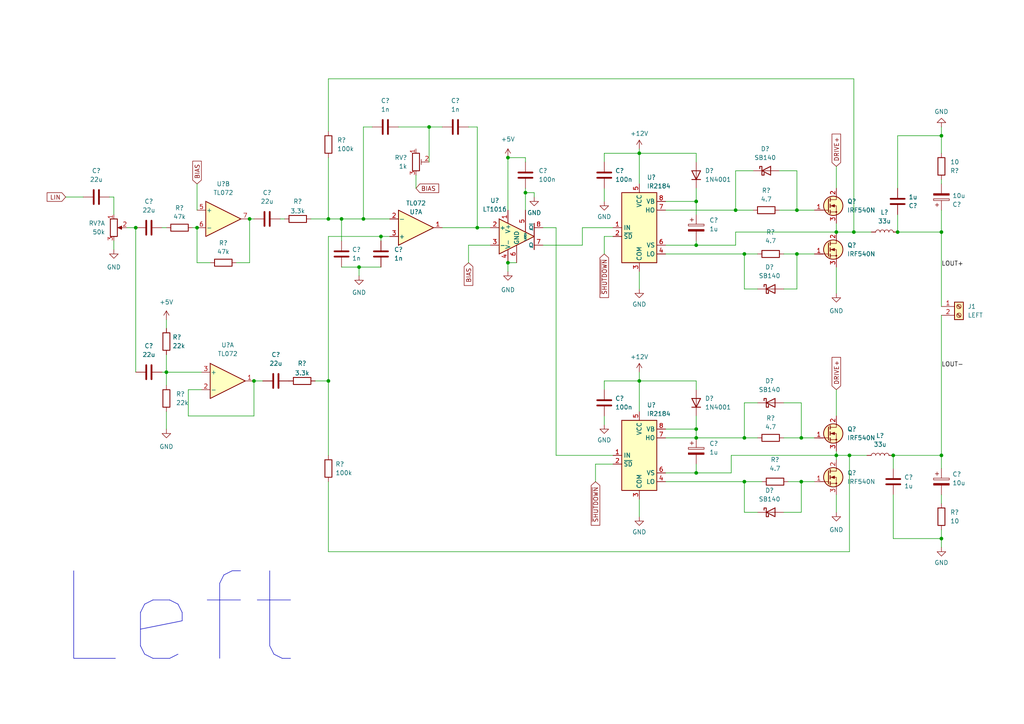
<source format=kicad_sch>
(kicad_sch (version 20230121) (generator eeschema)
  (paper "A4")
  (lib_symbols
    (symbol "Amplifier_Operational:TL072" (pin_names (offset 0.127))
      (property "Reference" "U" (at 0 5.08 0))
      (property "Value" "TL072" (at 0 -5.08 0))
      (symbol "TL072_1_1"
        (polyline (pts (xy -5.08 5.08) (xy 5.08 0) (xy -5.08 -5.08) (xy -5.08 5.08)) (stroke (width 0.254)) (fill (type background)))
        (pin output line (at 7.62 0 180) (length 2.54) (name "~") (number "1"))
        (pin input line (at -7.62 -2.54 0) (length 2.54) (name "-") (number "2"))
        (pin input line (at -7.62 2.54 0) (length 2.54) (name "+") (number "3"))
      )
      (symbol "TL072_2_1"
        (polyline (pts (xy -5.08 5.08) (xy 5.08 0) (xy -5.08 -5.08) (xy -5.08 5.08)) (stroke (width 0.254)) (fill (type background)))
        (pin input line (at -7.62 2.54 0) (length 2.54) (name "+") (number "5"))
        (pin input line (at -7.62 -2.54 0) (length 2.54) (name "-") (number "6"))
        (pin output line (at 7.62 0 180) (length 2.54) (name "~") (number "7"))
      )
      (symbol "TL072_3_1"
        (pin power_in line (at -2.54 -7.62 90) (length 3.81) (name "V-") (number "4"))
        (pin power_in line (at -2.54 7.62 270) (length 3.81) (name "V+") (number "8"))
      )
    )
    (symbol "Comparator:LT1016" (pin_names (offset 0.127))
      (property "Reference" "U" (at 3.81 6.35 0))
      (property "Value" "LT1016" (at 3.81 -5.08 0))
      (symbol "LT1016_0_1"
        (polyline (pts (xy 5.08 3.81) (xy 5.08 -3.81)) (stroke (width 0.254)))
        (polyline (pts (xy -5.08 5.08) (xy 5.08 0) (xy -5.08 -5.08) (xy -5.08 5.08)) (stroke (width 0.254)) (fill (type background)))
      )
      (symbol "LT1016_1_1"
        (pin power_in line (at -2.54 7.62 270) (length 3.81) (name "V+") (number "1"))
        (pin input line (at -7.62 2.54 0) (length 2.54) (name "+") (number "2"))
        (pin input line (at -7.62 -2.54 0) (length 2.54) (name "-") (number "3"))
        (pin power_in line (at -2.54 -7.62 90) (length 3.81) (name "V-") (number "4"))
        (pin input line (at 2.54 7.62 270) (length 6.35) (name "LATCH") (number "5"))
        (pin power_in line (at 0 -7.62 90) (length 5.08) (name "GND") (number "6"))
        (pin output line (at 7.62 -2.54 180) (length 2.54) (name "Q") (number "7"))
        (pin output line (at 7.62 2.54 180) (length 2.54) (name "~{Q}") (number "8"))
      )
    )
    (symbol "Connector:Screw_Terminal_01x02" (pin_names (offset 1.016) hide)
      (property "Reference" "J" (at 0 2.54 0))
      (property "Value" "Screw_Terminal_01x02" (at 0 -5.08 0))
      (symbol "Screw_Terminal_01x02_1_1"
        (rectangle (start -1.27 1.27) (end 1.27 -3.81) (stroke (width 0.254)) (fill (type background)))
        (circle (center 0 -2.54) (radius 0.635) (stroke (width 0.1524)))
        (polyline (pts (xy -0.5334 -2.2098) (xy 0.3302 -3.048)) (stroke (width 0.1524)))
        (polyline (pts (xy -0.5334 0.3302) (xy 0.3302 -0.508)) (stroke (width 0.1524)))
        (polyline (pts (xy -0.3556 -2.032) (xy 0.508 -2.8702)) (stroke (width 0.1524)))
        (polyline (pts (xy -0.3556 0.508) (xy 0.508 -0.3302)) (stroke (width 0.1524)))
        (circle (center 0 0) (radius 0.635) (stroke (width 0.1524)))
        (pin passive line (at -5.08 0 0) (length 3.81) (name "Pin_1") (number "1"))
        (pin passive line (at -5.08 -2.54 0) (length 3.81) (name "Pin_2") (number "2"))
      )
    )
    (symbol "Device:C" (pin_numbers hide) (pin_names (offset 0.254))
      (property "Reference" "C" (at 0.635 2.54 0))
      (property "Value" "C" (at 0.635 -2.54 0))
      (symbol "C_0_1"
        (polyline (pts (xy -2.032 -0.762) (xy 2.032 -0.762)) (stroke (width 0.508)))
        (polyline (pts (xy -2.032 0.762) (xy 2.032 0.762)) (stroke (width 0.508)))
      )
      (symbol "C_1_1"
        (pin passive line (at 0 3.81 270) (length 2.794) (name "~") (number "1"))
        (pin passive line (at 0 -3.81 90) (length 2.794) (name "~") (number "2"))
      )
    )
    (symbol "Device:C_Polarized" (pin_numbers hide) (pin_names (offset 0.254))
      (property "Reference" "C" (at 0.635 2.54 0))
      (property "Value" "C_Polarized" (at 0.635 -2.54 0))
      (symbol "C_Polarized_0_1"
        (rectangle (start -2.286 0.508) (end 2.286 1.016))
        (polyline (pts (xy -1.778 2.286) (xy -0.762 2.286)))
        (polyline (pts (xy -1.27 2.794) (xy -1.27 1.778)))
        (rectangle (start 2.286 -0.508) (end -2.286 -1.016) (fill (type outline)))
      )
      (symbol "C_Polarized_1_1"
        (pin passive line (at 0 3.81 270) (length 2.794) (name "~") (number "1"))
        (pin passive line (at 0 -3.81 90) (length 2.794) (name "~") (number "2"))
      )
    )
    (symbol "Device:D" (pin_numbers hide) (pin_names (offset 1.016) hide)
      (property "Reference" "D" (at 0 2.54 0))
      (property "Value" "D" (at 0 -2.54 0))
      (symbol "D_0_1"
        (polyline (pts (xy -1.27 1.27) (xy -1.27 -1.27)) (stroke (width 0.254)))
        (polyline (pts (xy 1.27 0) (xy -1.27 0)))
        (polyline (pts (xy 1.27 1.27) (xy 1.27 -1.27) (xy -1.27 0) (xy 1.27 1.27)) (stroke (width 0.254)))
      )
      (symbol "D_1_1"
        (pin passive line (at -3.81 0 0) (length 2.54) (name "K") (number "1"))
        (pin passive line (at 3.81 0 180) (length 2.54) (name "A") (number "2"))
      )
    )
    (symbol "Device:D_Schottky" (pin_numbers hide) (pin_names (offset 1.016) hide)
      (property "Reference" "D" (at 0 2.54 0))
      (property "Value" "D_Schottky" (at 0 -2.54 0))
      (symbol "D_Schottky_0_1"
        (polyline (pts (xy 1.27 0) (xy -1.27 0)))
        (polyline (pts (xy 1.27 1.27) (xy 1.27 -1.27) (xy -1.27 0) (xy 1.27 1.27)) (stroke (width 0.254)))
        (polyline (pts (xy -1.905 0.635) (xy -1.905 1.27) (xy -1.27 1.27) (xy -1.27 -1.27) (xy -0.635 -1.27) (xy -0.635 -0.635)) (stroke (width 0.254)))
      )
      (symbol "D_Schottky_1_1"
        (pin passive line (at -3.81 0 0) (length 2.54) (name "K") (number "1"))
        (pin passive line (at 3.81 0 180) (length 2.54) (name "A") (number "2"))
      )
    )
    (symbol "Device:L" (pin_numbers hide) (pin_names (offset 1.016) hide)
      (property "Reference" "L" (at -1.27 0 90))
      (property "Value" "L" (at 1.905 0 90))
      (symbol "L_0_1"
        (arc (start 0 -2.54) (mid 0.6323 -1.905) (end 0 -1.27))
        (arc (start 0 -1.27) (mid 0.6323 -0.635) (end 0 0))
        (arc (start 0 0) (mid 0.6323 0.635) (end 0 1.27))
        (arc (start 0 1.27) (mid 0.6323 1.905) (end 0 2.54))
      )
      (symbol "L_1_1"
        (pin passive line (at 0 3.81 270) (length 1.27) (name "1") (number "1"))
        (pin passive line (at 0 -3.81 90) (length 1.27) (name "2") (number "2"))
      )
    )
    (symbol "Device:R" (pin_numbers hide) (pin_names (offset 0))
      (property "Reference" "R" (at 2.032 0 90))
      (property "Value" "R" (at 0 0 90))
      (symbol "R_0_1"
        (rectangle (start -1.016 -2.54) (end 1.016 2.54) (stroke (width 0.254)))
      )
      (symbol "R_1_1"
        (pin passive line (at 0 3.81 270) (length 1.27) (name "~") (number "1"))
        (pin passive line (at 0 -3.81 90) (length 1.27) (name "~") (number "2"))
      )
    )
    (symbol "Device:R_Potentiometer_Dual_Separate" (pin_names (offset 1.016) hide)
      (property "Reference" "RV" (at -4.445 0 90))
      (property "Value" "R_Potentiometer_Dual_Separate" (at -2.54 0 90))
      (symbol "R_Potentiometer_Dual_Separate_0_1"
        (polyline (pts (xy 2.54 0) (xy 1.524 0)))
        (polyline (pts (xy 1.143 0) (xy 2.286 0.508) (xy 2.286 -0.508) (xy 1.143 0)) (fill (type outline)))
        (rectangle (start 1.016 2.54) (end -1.016 -2.54) (stroke (width 0.254)))
      )
      (symbol "R_Potentiometer_Dual_Separate_1_1"
        (pin passive line (at 0 3.81 270) (length 1.27) (name "1") (number "1"))
        (pin passive line (at 3.81 0 180) (length 1.27) (name "2") (number "2"))
        (pin passive line (at 0 -3.81 90) (length 1.27) (name "3") (number "3"))
      )
      (symbol "R_Potentiometer_Dual_Separate_2_1"
        (pin passive line (at 0 3.81 270) (length 1.27) (name "4") (number "4"))
        (pin passive line (at 3.81 0 180) (length 1.27) (name "5") (number "5"))
        (pin passive line (at 0 -3.81 90) (length 1.27) (name "6") (number "6"))
      )
    )
    (symbol "Device:R_Potentiometer_Trim" (pin_names (offset 1.016) hide)
      (property "Reference" "RV" (at -4.445 0 90))
      (property "Value" "R_Potentiometer_Trim" (at -2.54 0 90))
      (symbol "R_Potentiometer_Trim_0_1"
        (polyline (pts (xy 1.524 0.762) (xy 1.524 -0.762)))
        (polyline (pts (xy 2.54 0) (xy 1.524 0)))
        (rectangle (start 1.016 2.54) (end -1.016 -2.54) (stroke (width 0.254)))
      )
      (symbol "R_Potentiometer_Trim_1_1"
        (pin passive line (at 0 3.81 270) (length 1.27) (name "1") (number "1"))
        (pin passive line (at 3.81 0 180) (length 1.27) (name "2") (number "2"))
        (pin passive line (at 0 -3.81 90) (length 1.27) (name "3") (number "3"))
      )
    )
    (symbol "Driver_FET:IR2184"
      (property "Reference" "U" (at 1.27 13.335 0))
      (property "Value" "IR2184" (at 1.27 11.43 0))
      (symbol "IR2184_0_1"
        (rectangle (start -5.08 -10.16) (end 5.08 10.16) (stroke (width 0.254)) (fill (type background)))
      )
      (symbol "IR2184_1_1"
        (pin input line (at -7.62 0 0) (length 2.54) (name "IN") (number "1"))
        (pin input line (at -7.62 -2.54 0) (length 2.54) (name "~{SD}") (number "2"))
        (pin power_in line (at 0 -12.7 90) (length 2.54) (name "COM") (number "3"))
        (pin output line (at 7.62 -7.62 180) (length 2.54) (name "LO") (number "4"))
        (pin power_in line (at 0 12.7 270) (length 2.54) (name "VCC") (number "5"))
        (pin passive line (at 7.62 -5.08 180) (length 2.54) (name "VS") (number "6"))
        (pin output line (at 7.62 5.08 180) (length 2.54) (name "HO") (number "7"))
        (pin passive line (at 7.62 7.62 180) (length 2.54) (name "VB") (number "8"))
      )
    )
    (symbol "PCM_Transistor_MOSFET_AKL:IRF540N" (pin_names hide)
      (property "Reference" "Q" (at 5.08 1.27 0))
      (property "Value" "IRF540N" (at 5.08 -1.27 0))
      (symbol "IRF540N_0_1"
        (polyline (pts (xy 0.254 -1.27) (xy -2.54 -1.27)))
        (polyline (pts (xy 0.254 1.905) (xy 0.254 -1.905)) (stroke (width 0.254)))
        (polyline (pts (xy 0.762 -1.778) (xy 2.54 -1.778)))
        (polyline (pts (xy 0.762 -1.27) (xy 0.762 -2.286)) (stroke (width 0.254)))
        (polyline (pts (xy 0.762 0.508) (xy 0.762 -0.508)) (stroke (width 0.254)))
        (polyline (pts (xy 0.762 2.286) (xy 0.762 1.27)) (stroke (width 0.254)))
        (polyline (pts (xy 2.54 1.778) (xy 0.762 1.778)))
        (polyline (pts (xy 2.54 2.54) (xy 2.54 1.778)))
        (polyline (pts (xy 2.54 -2.54) (xy 2.54 0) (xy 0.762 0)))
        (polyline (pts (xy 1.016 0) (xy 2.032 0.381) (xy 2.032 -0.381) (xy 1.016 0)) (fill (type outline)))
        (circle (center 1.651 0) (radius 2.794) (stroke (width 0.254)) (fill (type background)))
        (circle (center 2.54 -1.778) (radius 0.1778) (fill (type outline)))
      )
      (symbol "IRF540N_1_1"
        (pin input line (at -3.81 -1.27 0) (length 2.54) (name "G") (number "1"))
        (pin passive line (at 2.54 5.08 270) (length 2.54) (name "D") (number "2"))
        (pin passive line (at 2.54 -5.08 90) (length 2.54) (name "S") (number "3"))
      )
    )
    (symbol "power:+12V" (power) (pin_names (offset 0))
      (property "Value" "+12V" (at 0 3.556 0))
      (symbol "+12V_0_1"
        (polyline (pts (xy -0.762 1.27) (xy 0 2.54)))
        (polyline (pts (xy 0 0) (xy 0 2.54)))
        (polyline (pts (xy 0 2.54) (xy 0.762 1.27)))
      )
      (symbol "+12V_1_1"
        (pin power_in line (at 0 0 90) (length 0) hide (name "+12V") (number "1"))
      )
    )
    (symbol "power:+5V" (power) (pin_names (offset 0))
      (property "Value" "+5V" (at 0 3.556 0))
      (symbol "+5V_0_1"
        (polyline (pts (xy -0.762 1.27) (xy 0 2.54)))
        (polyline (pts (xy 0 0) (xy 0 2.54)))
        (polyline (pts (xy 0 2.54) (xy 0.762 1.27)))
      )
      (symbol "+5V_1_1"
        (pin power_in line (at 0 0 90) (length 0) hide (name "+5V") (number "1"))
      )
    )
    (symbol "power:GND" (power) (pin_names (offset 0))
      (property "Value" "GND" (at 0 -3.81 0))
      (symbol "GND_0_1"
        (polyline (pts (xy 0 0) (xy 0 -1.27) (xy 1.27 -1.27) (xy 0 -2.54) (xy -1.27 -1.27) (xy 0 -1.27)))
      )
      (symbol "GND_1_1"
        (pin power_in line (at 0 0 270) (length 0) hide (name "GND") (number "1"))
      )
    )
  )
  (junction (at 105.41 63.5))
  (junction (at 185.42 110.49))
  (junction (at 242.57 132.08))
  (junction (at 57.15 66.04))
  (junction (at 232.41 127))
  (junction (at 185.42 44.45))
  (junction (at 152.4 55.88))
  (junction (at 95.25 110.49))
  (junction (at 213.36 60.96))
  (junction (at 201.93 71.12))
  (junction (at 260.35 67.31))
  (junction (at 201.93 58.42))
  (junction (at 99.06 63.5))
  (junction (at 246.38 132.08))
  (junction (at 247.65 67.31))
  (junction (at 147.32 76.2))
  (junction (at 273.05 156.21))
  (junction (at 95.25 63.5))
  (junction (at 231.14 73.66))
  (junction (at 215.9 139.7))
  (junction (at 73.66 110.49))
  (junction (at 124.46 36.83))
  (junction (at 273.05 67.31))
  (junction (at 201.93 127))
  (junction (at 48.26 107.95))
  (junction (at 39.37 66.04))
  (junction (at 138.43 66.04))
  (junction (at 273.05 39.37))
  (junction (at 273.05 132.08))
  (junction (at 259.08 132.08))
  (junction (at 242.57 67.31))
  (junction (at 110.49 68.58))
  (junction (at 147.32 45.72))
  (junction (at 201.93 124.46))
  (junction (at 215.9 127))
  (junction (at 231.14 60.96))
  (junction (at 215.9 73.66))
  (junction (at 72.39 63.5))
  (junction (at 232.41 139.7))
  (junction (at 201.93 137.16))
  (junction (at 104.14 77.47))
  (wire (pts (xy 185.42 110.49) (xy 185.42 119.38)))
  (wire (pts (xy 99.06 77.47) (xy 104.14 77.47)))
  (wire (pts (xy 193.04 73.66) (xy 215.9 73.66)))
  (wire (pts (xy 260.35 39.37) (xy 260.35 54.61)))
  (wire (pts (xy 232.41 116.84) (xy 232.41 127)))
  (wire (pts (xy 273.05 143.51) (xy 273.05 146.05)))
  (wire (pts (xy 54.61 120.65) (xy 73.66 120.65)))
  (wire (pts (xy 54.61 113.03) (xy 58.42 113.03)))
  (wire (pts (xy 19.05 57.15) (xy 24.13 57.15)))
  (wire (pts (xy 185.42 44.45) (xy 201.93 44.45)))
  (wire (pts (xy 147.32 76.2) (xy 149.86 76.2)))
  (wire (pts (xy 215.9 139.7) (xy 220.98 139.7)))
  (wire (pts (xy 135.89 36.83) (xy 138.43 36.83)))
  (wire (pts (xy 215.9 73.66) (xy 219.71 73.66)))
  (wire (pts (xy 193.04 124.46) (xy 201.93 124.46)))
  (wire (pts (xy 36.83 66.04) (xy 39.37 66.04)))
  (wire (pts (xy 260.35 39.37) (xy 273.05 39.37)))
  (wire (pts (xy 95.25 68.58) (xy 110.49 68.58)))
  (wire (pts (xy 138.43 66.04) (xy 142.24 66.04)))
  (wire (pts (xy 213.36 49.53) (xy 213.36 60.96)))
  (wire (pts (xy 54.61 113.03) (xy 54.61 120.65)))
  (wire (pts (xy 152.4 55.88) (xy 154.94 55.88)))
  (wire (pts (xy 135.89 71.12) (xy 142.24 71.12)))
  (wire (pts (xy 48.26 102.87) (xy 48.26 107.95)))
  (wire (pts (xy 175.26 68.58) (xy 177.8 68.58)))
  (wire (pts (xy 201.93 120.65) (xy 201.93 124.46)))
  (wire (pts (xy 273.05 36.83) (xy 273.05 39.37)))
  (wire (pts (xy 175.26 110.49) (xy 185.42 110.49)))
  (wire (pts (xy 185.42 43.18) (xy 185.42 44.45)))
  (wire (pts (xy 57.15 66.04) (xy 57.15 76.2)))
  (wire (pts (xy 138.43 36.83) (xy 138.43 66.04)))
  (wire (pts (xy 201.93 127) (xy 215.9 127)))
  (wire (pts (xy 193.04 58.42) (xy 201.93 58.42)))
  (wire (pts (xy 110.49 68.58) (xy 113.03 68.58)))
  (wire (pts (xy 33.02 69.85) (xy 33.02 72.39)))
  (wire (pts (xy 247.65 22.86) (xy 95.25 22.86)))
  (wire (pts (xy 273.05 153.67) (xy 273.05 156.21)))
  (wire (pts (xy 273.05 39.37) (xy 273.05 44.45)))
  (wire (pts (xy 219.71 116.84) (xy 215.9 116.84)))
  (wire (pts (xy 227.33 73.66) (xy 231.14 73.66)))
  (wire (pts (xy 95.25 22.86) (xy 95.25 38.1)))
  (wire (pts (xy 231.14 60.96) (xy 236.22 60.96)))
  (wire (pts (xy 242.57 77.47) (xy 242.57 85.09)))
  (wire (pts (xy 231.14 60.96) (xy 226.06 60.96)))
  (wire (pts (xy 242.57 113.03) (xy 242.57 120.65)))
  (wire (pts (xy 242.57 130.81) (xy 242.57 132.08)))
  (wire (pts (xy 273.05 67.31) (xy 273.05 88.9)))
  (wire (pts (xy 247.65 67.31) (xy 252.73 67.31)))
  (wire (pts (xy 215.9 139.7) (xy 215.9 148.59)))
  (wire (pts (xy 231.14 49.53) (xy 231.14 60.96)))
  (wire (pts (xy 46.99 66.04) (xy 48.26 66.04)))
  (wire (pts (xy 105.41 63.5) (xy 113.03 63.5)))
  (wire (pts (xy 105.41 36.83) (xy 105.41 63.5)))
  (wire (pts (xy 110.49 68.58) (xy 110.49 69.85)))
  (wire (pts (xy 259.08 132.08) (xy 259.08 135.89)))
  (wire (pts (xy 185.42 144.78) (xy 185.42 149.86)))
  (wire (pts (xy 105.41 36.83) (xy 107.95 36.83)))
  (wire (pts (xy 201.93 134.62) (xy 201.93 137.16)))
  (wire (pts (xy 259.08 132.08) (xy 273.05 132.08)))
  (wire (pts (xy 212.09 137.16) (xy 201.93 137.16)))
  (wire (pts (xy 201.93 127) (xy 201.93 124.46)))
  (wire (pts (xy 185.42 107.95) (xy 185.42 110.49)))
  (wire (pts (xy 201.93 44.45) (xy 201.93 46.99)))
  (wire (pts (xy 232.41 127) (xy 236.22 127)))
  (wire (pts (xy 95.25 160.02) (xy 246.38 160.02)))
  (wire (pts (xy 259.08 143.51) (xy 259.08 156.21)))
  (wire (pts (xy 232.41 139.7) (xy 232.41 148.59)))
  (wire (pts (xy 175.26 46.99) (xy 175.26 44.45)))
  (wire (pts (xy 73.66 120.65) (xy 73.66 110.49)))
  (wire (pts (xy 152.4 55.88) (xy 152.4 60.96)))
  (wire (pts (xy 128.27 66.04) (xy 138.43 66.04)))
  (wire (pts (xy 175.26 68.58) (xy 175.26 73.66)))
  (wire (pts (xy 147.32 78.74) (xy 147.32 76.2)))
  (wire (pts (xy 120.65 50.8) (xy 120.65 54.61)))
  (wire (pts (xy 73.66 110.49) (xy 76.2 110.49)))
  (wire (pts (xy 260.35 67.31) (xy 260.35 62.23)))
  (wire (pts (xy 193.04 139.7) (xy 215.9 139.7)))
  (wire (pts (xy 177.8 134.62) (xy 172.72 134.62)))
  (wire (pts (xy 246.38 132.08) (xy 246.38 160.02)))
  (wire (pts (xy 154.94 55.88) (xy 154.94 57.15)))
  (wire (pts (xy 213.36 49.53) (xy 218.44 49.53)))
  (wire (pts (xy 273.05 53.34) (xy 273.05 52.07)))
  (wire (pts (xy 219.71 148.59) (xy 215.9 148.59)))
  (wire (pts (xy 31.75 57.15) (xy 33.02 57.15)))
  (wire (pts (xy 215.9 73.66) (xy 215.9 83.82)))
  (wire (pts (xy 33.02 57.15) (xy 33.02 62.23)))
  (wire (pts (xy 242.57 132.08) (xy 246.38 132.08)))
  (wire (pts (xy 228.6 139.7) (xy 232.41 139.7)))
  (wire (pts (xy 135.89 71.12) (xy 135.89 76.2)))
  (wire (pts (xy 95.25 110.49) (xy 95.25 132.08)))
  (wire (pts (xy 273.05 132.08) (xy 273.05 135.89)))
  (wire (pts (xy 242.57 48.26) (xy 242.57 54.61)))
  (wire (pts (xy 91.44 110.49) (xy 95.25 110.49)))
  (wire (pts (xy 57.15 53.34) (xy 57.15 60.96)))
  (wire (pts (xy 124.46 36.83) (xy 128.27 36.83)))
  (wire (pts (xy 242.57 132.08) (xy 242.57 133.35)))
  (wire (pts (xy 95.25 63.5) (xy 99.06 63.5)))
  (wire (pts (xy 273.05 91.44) (xy 273.05 132.08)))
  (wire (pts (xy 201.93 58.42) (xy 201.93 62.23)))
  (wire (pts (xy 193.04 60.96) (xy 213.36 60.96)))
  (wire (pts (xy 260.35 67.31) (xy 273.05 67.31)))
  (wire (pts (xy 81.28 63.5) (xy 82.55 63.5)))
  (wire (pts (xy 104.14 77.47) (xy 104.14 80.01)))
  (wire (pts (xy 48.26 107.95) (xy 58.42 107.95)))
  (wire (pts (xy 193.04 71.12) (xy 201.93 71.12)))
  (wire (pts (xy 232.41 139.7) (xy 236.22 139.7)))
  (wire (pts (xy 152.4 45.72) (xy 152.4 46.99)))
  (wire (pts (xy 99.06 63.5) (xy 105.41 63.5)))
  (wire (pts (xy 172.72 134.62) (xy 172.72 139.7)))
  (wire (pts (xy 175.26 120.65) (xy 175.26 123.19)))
  (wire (pts (xy 161.29 66.04) (xy 161.29 132.08)))
  (wire (pts (xy 201.93 54.61) (xy 201.93 58.42)))
  (wire (pts (xy 72.39 63.5) (xy 72.39 76.2)))
  (wire (pts (xy 175.26 54.61) (xy 175.26 58.42)))
  (wire (pts (xy 213.36 67.31) (xy 213.36 71.12)))
  (wire (pts (xy 95.25 139.7) (xy 95.25 160.02)))
  (wire (pts (xy 259.08 156.21) (xy 273.05 156.21)))
  (wire (pts (xy 212.09 132.08) (xy 212.09 137.16)))
  (wire (pts (xy 168.91 71.12) (xy 168.91 66.04)))
  (wire (pts (xy 226.06 49.53) (xy 231.14 49.53)))
  (wire (pts (xy 157.48 71.12) (xy 168.91 71.12)))
  (wire (pts (xy 242.57 143.51) (xy 242.57 148.59)))
  (wire (pts (xy 227.33 116.84) (xy 232.41 116.84)))
  (wire (pts (xy 161.29 132.08) (xy 177.8 132.08)))
  (wire (pts (xy 175.26 110.49) (xy 175.26 113.03)))
  (wire (pts (xy 55.88 66.04) (xy 57.15 66.04)))
  (wire (pts (xy 152.4 54.61) (xy 152.4 55.88)))
  (wire (pts (xy 215.9 116.84) (xy 215.9 127)))
  (wire (pts (xy 231.14 73.66) (xy 236.22 73.66)))
  (wire (pts (xy 57.15 76.2) (xy 60.96 76.2)))
  (wire (pts (xy 147.32 45.72) (xy 147.32 60.96)))
  (wire (pts (xy 215.9 83.82) (xy 219.71 83.82)))
  (wire (pts (xy 46.99 107.95) (xy 48.26 107.95)))
  (wire (pts (xy 193.04 127) (xy 201.93 127)))
  (wire (pts (xy 104.14 77.47) (xy 110.49 77.47)))
  (wire (pts (xy 95.25 68.58) (xy 95.25 110.49)))
  (wire (pts (xy 227.33 83.82) (xy 231.14 83.82)))
  (wire (pts (xy 246.38 132.08) (xy 251.46 132.08)))
  (wire (pts (xy 175.26 44.45) (xy 185.42 44.45)))
  (wire (pts (xy 115.57 36.83) (xy 124.46 36.83)))
  (wire (pts (xy 201.93 71.12) (xy 213.36 71.12)))
  (wire (pts (xy 124.46 36.83) (xy 124.46 46.99)))
  (wire (pts (xy 168.91 66.04) (xy 177.8 66.04)))
  (wire (pts (xy 215.9 127) (xy 219.71 127)))
  (wire (pts (xy 213.36 67.31) (xy 242.57 67.31)))
  (wire (pts (xy 185.42 44.45) (xy 185.42 53.34)))
  (wire (pts (xy 227.33 127) (xy 232.41 127)))
  (wire (pts (xy 147.32 45.72) (xy 152.4 45.72)))
  (wire (pts (xy 72.39 63.5) (xy 73.66 63.5)))
  (wire (pts (xy 212.09 132.08) (xy 242.57 132.08)))
  (wire (pts (xy 99.06 63.5) (xy 99.06 69.85)))
  (wire (pts (xy 95.25 45.72) (xy 95.25 63.5)))
  (wire (pts (xy 201.93 69.85) (xy 201.93 71.12)))
  (wire (pts (xy 157.48 66.04) (xy 161.29 66.04)))
  (wire (pts (xy 242.57 67.31) (xy 247.65 67.31)))
  (wire (pts (xy 247.65 22.86) (xy 247.65 67.31)))
  (wire (pts (xy 48.26 119.38) (xy 48.26 124.46)))
  (wire (pts (xy 68.58 76.2) (xy 72.39 76.2)))
  (wire (pts (xy 201.93 110.49) (xy 201.93 113.03)))
  (wire (pts (xy 231.14 73.66) (xy 231.14 83.82)))
  (wire (pts (xy 273.05 60.96) (xy 273.05 67.31)))
  (wire (pts (xy 242.57 64.77) (xy 242.57 67.31)))
  (wire (pts (xy 90.17 63.5) (xy 95.25 63.5)))
  (wire (pts (xy 273.05 156.21) (xy 273.05 158.75)))
  (wire (pts (xy 48.26 92.71) (xy 48.26 95.25)))
  (wire (pts (xy 213.36 60.96) (xy 218.44 60.96)))
  (wire (pts (xy 185.42 110.49) (xy 201.93 110.49)))
  (wire (pts (xy 193.04 137.16) (xy 201.93 137.16)))
  (wire (pts (xy 185.42 78.74) (xy 185.42 83.82)))
  (wire (pts (xy 39.37 66.04) (xy 39.37 107.95)))
  (wire (pts (xy 227.33 148.59) (xy 232.41 148.59)))
  (wire (pts (xy 48.26 107.95) (xy 48.26 111.76)))
  (text "Left" (at 15.24 194.31 0) (effects (font (size 25.4 25.4)) (justify left bottom)))
  (label "LOUT-" (at 273.05 106.68 0))
  (label "LOUT+" (at 273.05 77.47 0))
  (global_label "~{SHUTDOWN}" (shape input) (at 175.26 73.66 270) (property "Intersheetrefs" "${INTERSHEET_REFS}" (effects hide)))
  (global_label "BIAS" (shape input) (at 120.65 54.61 0) (property "Intersheetrefs" "${INTERSHEET_REFS}" (effects hide)))
  (global_label "~{SHUTDOWN}" (shape input) (at 172.72 139.7 270) (property "Intersheetrefs" "${INTERSHEET_REFS}" (effects hide)))
  (global_label "LIN" (shape input) (at 19.05 57.15 180) (property "Intersheetrefs" "${INTERSHEET_REFS}" (effects hide)))
  (global_label "BIAS" (shape input) (at 135.89 76.2 270) (property "Intersheetrefs" "${INTERSHEET_REFS}" (effects hide)))
  (global_label "DRIVE+" (shape input) (at 242.57 48.26 90) (property "Intersheetrefs" "${INTERSHEET_REFS}" (effects hide)))
  (global_label "DRIVE+" (shape input) (at 242.57 113.03 90) (property "Intersheetrefs" "${INTERSHEET_REFS}" (effects hide)))
  (global_label "BIAS" (shape input) (at 57.15 53.34 90) (property "Intersheetrefs" "${INTERSHEET_REFS}" (effects hide)))
  (symbol (lib_id "power:GND") (at 242.57 148.59 0) (unit 1)
    (property "Reference" "#PWR?" (effects hide))
    (property "Value" "GND" (at 242.57 153.67 0))
    (instances (project "classd-amp" (path "" (reference "#PWR?") (unit 1)) (path "" (reference "#PWR027") (unit 1)) (path "" (reference "#PWR050") (unit 1))))
  )
  (symbol (lib_id "power:GND") (at 104.14 80.01 0) (unit 1)
    (property "Reference" "#PWR?" (effects hide))
    (property "Value" "GND" (at 104.14 84.836 0))
    (instances (project "classd-amp" (path "" (reference "#PWR?") (unit 1)) (path "" (reference "#PWR07") (unit 1)) (path "" (reference "#PWR039") (unit 1))))
  )
  (symbol (lib_id "Amplifier_Operational:TL072") (at 64.77 63.5 0) (unit 2)
    (property "Reference" "U?" (at 64.77 53.34 0))
    (property "Value" "TL072" (at 64.77 55.88 0))
    (property "Footprint" "PCM_Package_DIP_AKL:DIP-8_W7.62mm" (effects hide))
    (property "Datasheet" "http://www.ti.com/lit/ds/symlink/tl071.pdf" (effects hide))
    (instances (project "classd-amp" (path "" (reference "U?") (unit 2)) (path "" (reference "U1") (unit 2)) (path "" (reference "U2") (unit 2))))
  )
  (symbol (lib_id "Device:C_Polarized") (at 201.93 66.04 0) (unit 1)
    (property "Reference" "C?" (at 205.74 63.881 0) (effects (justify left)))
    (property "Value" "1u" (at 205.74 66.421 0) (effects (justify left)))
    (property "Footprint" "Capacitor_THT:CP_Radial_D4.0mm_P1.50mm" (effects hide))
    (instances (project "classd-amp" (path "" (reference "C?") (unit 1)) (path "" (reference "C15") (unit 1)) (path "" (reference "C42") (unit 1))))
  )
  (symbol (lib_id "Device:R_Potentiometer_Dual_Separate") (at 33.02 66.04 0) (unit 1)
    (property "Reference" "RV?" (at 30.48 64.77 0) (effects (justify right)))
    (property "Value" "50k" (at 30.48 67.31 0) (effects (justify right)))
    (property "Footprint" "Connector_PinHeader_2.54mm:PinHeader_1x03_P2.54mm_Vertical" (effects hide))
    (instances (project "classd-amp" (path "" (reference "RV?") (unit 1)) (path "" (reference "RV1") (unit 1)) (path "" (reference "RV3") (unit 1))))
  )
  (symbol (lib_id "Device:D_Schottky") (at 223.52 148.59 0) (unit 1)
    (property "Reference" "D?" (at 223.2025 142.24 0))
    (property "Value" "SB140" (at 223.2025 144.78 0))
    (property "Footprint" "Diode_THT:D_DO-41_SOD81_P10.16mm_Horizontal" (effects hide))
    (instances (project "classd-amp" (path "" (reference "D?") (unit 1)) (path "" (reference "D6") (unit 1)) (path "" (reference "D13") (unit 1))))
  )
  (symbol (lib_id "power:GND") (at 273.05 36.83 0) (mirror x) (unit 1)
    (property "Reference" "#PWR?" (effects hide))
    (property "Value" "GND" (at 273.05 32.385 0))
    (instances (project "classd-amp" (path "" (reference "#PWR?") (unit 1)) (path "" (reference "#PWR029") (unit 1)) (path "" (reference "#PWR051") (unit 1))))
  )
  (symbol (lib_id "Device:D") (at 201.93 50.8 90) (unit 1)
    (property "Reference" "D?" (at 204.47 49.53 90) (effects (justify right)))
    (property "Value" "1N4001" (at 204.47 52.07 90) (effects (justify right)))
    (property "Footprint" "Diode_THT:D_DO-41_SOD81_P10.16mm_Horizontal" (effects hide))
    (property "Sim.Device" "D" (effects hide))
    (property "Sim.Pins" "1=K 2=A" (effects hide))
    (instances (project "classd-amp" (path "" (reference "D?") (unit 1)) (path "" (reference "D1") (unit 1)) (path "" (reference "D8") (unit 1))))
  )
  (symbol (lib_id "Device:C_Polarized") (at 273.05 139.7 0) (unit 1)
    (property "Reference" "C?" (at 276.225 137.541 0) (effects (justify left)))
    (property "Value" "10u" (at 276.225 140.081 0) (effects (justify left)))
    (property "Footprint" "Capacitor_THT:CP_Radial_D4.0mm_P1.50mm" (effects hide))
    (instances (project "classd-amp" (path "" (reference "C?") (unit 1)) (path "" (reference "C24") (unit 1)) (path "" (reference "C47") (unit 1))))
  )
  (symbol (lib_id "Device:R") (at 52.07 66.04 90) (unit 1)
    (property "Reference" "R?" (at 52.07 60.325 90))
    (property "Value" "47k" (at 52.07 62.865 90))
    (property "Footprint" "Resistor_THT:R_Axial_DIN0204_L3.6mm_D1.6mm_P7.62mm_Horizontal" (effects hide))
    (instances (project "classd-amp" (path "" (reference "R?") (unit 1)) (path "" (reference "R3") (unit 1)) (path "" (reference "R28") (unit 1))))
  )
  (symbol (lib_id "Device:D") (at 201.93 116.84 90) (unit 1)
    (property "Reference" "D?" (at 204.47 115.57 90) (effects (justify right)))
    (property "Value" "1N4001" (at 204.47 118.11 90) (effects (justify right)))
    (property "Footprint" "Diode_THT:D_DO-41_SOD81_P10.16mm_Horizontal" (effects hide))
    (property "Sim.Device" "D" (effects hide))
    (property "Sim.Pins" "1=K 2=A" (effects hide))
    (instances (project "classd-amp" (path "" (reference "D?") (unit 1)) (path "" (reference "D2") (unit 1)) (path "" (reference "D9") (unit 1))))
  )
  (symbol (lib_id "power:GND") (at 185.42 149.86 0) (unit 1)
    (property "Reference" "#PWR?" (effects hide))
    (property "Value" "GND" (at 185.42 154.305 0))
    (instances (project "classd-amp" (path "" (reference "#PWR?") (unit 1)) (path "" (reference "#PWR021") (unit 1)) (path "" (reference "#PWR048") (unit 1))))
  )
  (symbol (lib_id "power:+12V") (at 185.42 43.18 0) (unit 1)
    (property "Reference" "#PWR?" (effects hide))
    (property "Value" "+12V" (at 185.42 38.735 0))
    (instances (project "classd-amp" (path "" (reference "#PWR?") (unit 1)) (path "" (reference "#PWR015") (unit 1)) (path "" (reference "#PWR045") (unit 1))))
  )
  (symbol (lib_id "Device:R") (at 223.52 73.66 90) (unit 1)
    (property "Reference" "R?" (at 223.52 67.31 90))
    (property "Value" "4.7" (at 223.52 69.85 90))
    (property "Footprint" "Resistor_THT:R_Axial_DIN0204_L3.6mm_D1.6mm_P7.62mm_Horizontal" (effects hide))
    (instances (project "classd-amp" (path "" (reference "R?") (unit 1)) (path "" (reference "R10") (unit 1)) (path "" (reference "R35") (unit 1))))
  )
  (symbol (lib_id "Amplifier_Operational:TL072") (at 120.65 66.04 0) (mirror x) (unit 1)
    (property "Reference" "U?" (at 120.65 61.468 0))
    (property "Value" "TL072" (at 120.65 58.928 0))
    (property "Footprint" "PCM_Package_DIP_AKL:DIP-8_W7.62mm" (effects hide))
    (property "Datasheet" "http://www.ti.com/lit/ds/symlink/tl071.pdf" (effects hide))
    (instances (project "classd-amp" (path "" (reference "U?") (unit 1)) (path "" (reference "U2") (unit 1)) (path "" (reference "U11") (unit 1))))
  )
  (symbol (lib_id "Device:L") (at 255.27 132.08 90) (unit 1)
    (property "Reference" "L?" (at 255.27 126.365 90))
    (property "Value" "33u" (at 255.27 128.905 90))
    (property "Footprint" "Inductor_THT:L_Toroid_Vertical_L17.8mm_W8.1mm_P7.62mm_Bourns_5700" (effects hide))
    (instances (project "classd-amp" (path "" (reference "L?") (unit 1)) (path "" (reference "L1") (unit 1)) (path "" (reference "L3") (unit 1))))
  )
  (symbol (lib_id "power:+5V") (at 147.32 45.72 0) (unit 1)
    (property "Reference" "#PWR?" (effects hide))
    (property "Value" "+5V" (at 147.32 40.386 0))
    (instances (project "classd-amp" (path "" (reference "#PWR?") (unit 1)) (path "" (reference "#PWR08") (unit 1)) (path "" (reference "#PWR040") (unit 1))))
  )
  (symbol (lib_id "Device:C") (at 43.18 107.95 270) (unit 1)
    (property "Reference" "C?" (at 43.18 100.33 90))
    (property "Value" "22u" (at 43.18 102.87 90))
    (property "Footprint" "Capacitor_THT:CP_Radial_D8.0mm_P3.50mm" (effects hide))
    (instances (project "classd-amp" (path "" (reference "C?") (unit 1)) (path "" (reference "C4") (unit 1)) (path "" (reference "C20") (unit 1))))
  )
  (symbol (lib_id "power:GND") (at 175.26 123.19 0) (unit 1)
    (property "Reference" "#PWR?" (effects hide))
    (property "Value" "GND" (at 175.26 127.635 0))
    (instances (project "classd-amp" (path "" (reference "#PWR?") (unit 1)) (path "" (reference "#PWR014") (unit 1)) (path "" (reference "#PWR044") (unit 1))))
  )
  (symbol (lib_id "Device:R") (at 224.79 139.7 90) (unit 1)
    (property "Reference" "R?" (at 224.79 133.35 90))
    (property "Value" "4.7" (at 224.79 135.89 90))
    (property "Footprint" "Resistor_THT:R_Axial_DIN0204_L3.6mm_D1.6mm_P7.62mm_Horizontal" (effects hide))
    (instances (project "classd-amp" (path "" (reference "R?") (unit 1)) (path "" (reference "R12") (unit 1)) (path "" (reference "R37") (unit 1))))
  )
  (symbol (lib_id "power:GND") (at 33.02 72.39 0) (unit 1)
    (property "Reference" "#PWR?" (effects hide))
    (property "Value" "GND" (at 33.02 77.47 0))
    (instances (project "classd-amp" (path "" (reference "#PWR?") (unit 1)) (path "" (reference "#PWR02") (unit 1)) (path "" (reference "#PWR036") (unit 1))))
  )
  (symbol (lib_id "Device:C") (at 110.49 73.66 0) (unit 1)
    (property "Reference" "C?" (at 114.3 72.39 0) (effects (justify left)))
    (property "Value" "1n" (at 114.3 74.93 0) (effects (justify left)))
    (property "Footprint" "Capacitor_THT:C_Disc_D4.7mm_W2.5mm_P5.00mm" (effects hide))
    (instances (project "classd-amp" (path "" (reference "C?") (unit 1)) (path "" (reference "C9") (unit 1)) (path "" (reference "C36") (unit 1))))
  )
  (symbol (lib_id "power:GND") (at 175.26 58.42 0) (unit 1)
    (property "Reference" "#PWR?" (effects hide))
    (property "Value" "GND" (at 175.26 62.865 0))
    (instances (project "classd-amp" (path "" (reference "#PWR?") (unit 1)) (path "" (reference "#PWR013") (unit 1)) (path "" (reference "#PWR043") (unit 1))))
  )
  (symbol (lib_id "Device:C") (at 77.47 63.5 90) (unit 1)
    (property "Reference" "C?" (at 77.47 55.88 90))
    (property "Value" "22u" (at 77.47 58.42 90))
    (property "Footprint" "Capacitor_THT:CP_Radial_D8.0mm_P3.50mm" (effects hide))
    (instances (project "classd-amp" (path "" (reference "C?") (unit 1)) (path "" (reference "C5") (unit 1)) (path "" (reference "C33") (unit 1))))
  )
  (symbol (lib_id "power:GND") (at 185.42 83.82 0) (unit 1)
    (property "Reference" "#PWR?" (effects hide))
    (property "Value" "GND" (at 185.42 88.265 0))
    (instances (project "classd-amp" (path "" (reference "#PWR?") (unit 1)) (path "" (reference "#PWR016") (unit 1)) (path "" (reference "#PWR046") (unit 1))))
  )
  (symbol (lib_id "Connector:Screw_Terminal_01x02") (at 278.13 88.9 0) (unit 1)
    (property "Reference" "J1" (at 280.67 88.9 0) (effects (justify left)))
    (property "Value" "LEFT" (at 280.67 91.44 0) (effects (justify left)))
    (property "Footprint" "TerminalBlock_4Ucon:TerminalBlock_4Ucon_1x02_P3.50mm_Horizontal" (effects hide))
    (instances (project "classd-amp" (path "" (reference "J1") (unit 1)) (path "" (reference "J3") (unit 1))))
  )
  (symbol (lib_id "Device:C") (at 132.08 36.83 90) (unit 1)
    (property "Reference" "C?" (at 132.08 29.21 90))
    (property "Value" "1n" (at 132.08 31.75 90))
    (property "Footprint" "Capacitor_THT:C_Disc_D4.7mm_W2.5mm_P5.00mm" (effects hide))
    (instances (project "classd-amp" (path "" (reference "C?") (unit 1)) (path "" (reference "C11") (unit 1)) (path "" (reference "C38") (unit 1))))
  )
  (symbol (lib_id "power:GND") (at 154.94 57.15 0) (unit 1)
    (property "Reference" "#PWR?" (effects hide))
    (property "Value" "GND" (at 154.94 61.722 0))
    (instances (project "classd-amp" (path "" (reference "#PWR?") (unit 1)) (path "" (reference "#PWR012") (unit 1)) (path "" (reference "#PWR042") (unit 1))))
  )
  (symbol (lib_id "Device:C") (at 259.08 139.7 0) (unit 1)
    (property "Reference" "C?" (at 262.255 138.43 0) (effects (justify left)))
    (property "Value" "1u" (at 262.255 140.97 0) (effects (justify left)))
    (property "Footprint" "Capacitor_THT:C_Rect_L18.0mm_W11.0mm_P15.00mm_FKS3_FKP3" (effects hide))
    (instances (project "classd-amp" (path "" (reference "C?") (unit 1)) (path "" (reference "C21") (unit 1)) (path "" (reference "C44") (unit 1))))
  )
  (symbol (lib_id "Device:C_Polarized") (at 201.93 130.81 0) (unit 1)
    (property "Reference" "C?" (at 205.74 128.651 0) (effects (justify left)))
    (property "Value" "1u" (at 205.74 131.191 0) (effects (justify left)))
    (property "Footprint" "Capacitor_THT:CP_Radial_D4.0mm_P1.50mm" (effects hide))
    (instances (project "classd-amp" (path "" (reference "C?") (unit 1)) (path "" (reference "C16") (unit 1)) (path "" (reference "C43") (unit 1))))
  )
  (symbol (lib_id "Device:R") (at 273.05 48.26 0) (mirror x) (unit 1)
    (property "Reference" "R?" (at 275.59 49.53 0) (effects (justify left)))
    (property "Value" "10" (at 275.59 46.99 0) (effects (justify left)))
    (property "Footprint" "Resistor_THT:R_Axial_DIN0614_L14.3mm_D5.7mm_P5.08mm_Vertical" (effects hide))
    (instances (project "classd-amp" (path "" (reference "R?") (unit 1)) (path "" (reference "R13") (unit 1)) (path "" (reference "R38") (unit 1))))
  )
  (symbol (lib_id "Device:R") (at 64.77 76.2 90) (unit 1)
    (property "Reference" "R?" (at 64.77 70.485 90))
    (property "Value" "47k" (at 64.77 73.025 90))
    (property "Footprint" "Resistor_THT:R_Axial_DIN0204_L3.6mm_D1.6mm_P7.62mm_Horizontal" (effects hide))
    (instances (project "classd-amp" (path "" (reference "R?") (unit 1)) (path "" (reference "R4") (unit 1)) (path "" (reference "R29") (unit 1))))
  )
  (symbol (lib_id "power:+5V") (at 48.26 92.71 0) (unit 1)
    (property "Reference" "#PWR?" (effects hide))
    (property "Value" "+5V" (at 48.26 87.63 0))
    (instances (project "classd-amp" (path "" (reference "#PWR?") (unit 1)) (path "" (reference "#PWR03") (unit 1)) (path "" (reference "#PWR037") (unit 1))))
  )
  (symbol (lib_id "Device:D_Schottky") (at 223.52 116.84 0) (unit 1)
    (property "Reference" "D?" (at 223.2025 110.49 0))
    (property "Value" "SB140" (at 223.2025 113.03 0))
    (property "Footprint" "Diode_THT:D_DO-41_SOD81_P10.16mm_Horizontal" (effects hide))
    (instances (project "classd-amp" (path "" (reference "D?") (unit 1)) (path "" (reference "D5") (unit 1)) (path "" (reference "D12") (unit 1))))
  )
  (symbol (lib_id "Device:R") (at 95.25 41.91 180) (unit 1)
    (property "Reference" "R?" (at 97.79 40.64 0) (effects (justify right)))
    (property "Value" "100k" (at 97.79 43.18 0) (effects (justify right)))
    (property "Footprint" "Resistor_THT:R_Axial_DIN0204_L3.6mm_D1.6mm_P7.62mm_Horizontal" (effects hide))
    (instances (project "classd-amp" (path "" (reference "R?") (unit 1)) (path "" (reference "R7") (unit 1)) (path "" (reference "R32") (unit 1))))
  )
  (symbol (lib_id "power:GND") (at 242.57 85.09 0) (unit 1)
    (property "Reference" "#PWR?" (effects hide))
    (property "Value" "GND" (at 242.57 90.17 0))
    (instances (project "classd-amp" (path "" (reference "#PWR?") (unit 1)) (path "" (reference "#PWR022") (unit 1)) (path "" (reference "#PWR049") (unit 1))))
  )
  (symbol (lib_id "Device:R") (at 86.36 63.5 90) (unit 1)
    (property "Reference" "R?" (at 86.36 58.42 90))
    (property "Value" "3.3k" (at 86.36 61.214 90))
    (property "Footprint" "Resistor_THT:R_Axial_DIN0204_L3.6mm_D1.6mm_P7.62mm_Horizontal" (effects hide))
    (instances (project "classd-amp" (path "" (reference "R?") (unit 1)) (path "" (reference "R5") (unit 1)) (path "" (reference "R30") (unit 1))))
  )
  (symbol (lib_id "power:GND") (at 147.32 78.74 0) (unit 1)
    (property "Reference" "#PWR?" (effects hide))
    (property "Value" "GND" (at 147.32 84.074 0))
    (instances (project "classd-amp" (path "" (reference "#PWR?") (unit 1)) (path "" (reference "#PWR09") (unit 1)) (path "" (reference "#PWR041") (unit 1))))
  )
  (symbol (lib_id "Device:R_Potentiometer_Trim") (at 120.65 46.99 0) (unit 1)
    (property "Reference" "RV?" (at 118.11 45.72 0) (effects (justify right)))
    (property "Value" "1k" (at 118.11 48.26 0) (effects (justify right)))
    (property "Footprint" "Potentiometer_THT:TRIM_3362P-1-253LF" (effects hide))
    (instances (project "classd-amp" (path "" (reference "RV?") (unit 1)) (path "" (reference "RV2") (unit 1)) (path "" (reference "RV4") (unit 1))))
  )
  (symbol (lib_id "Device:R") (at 48.26 99.06 180) (unit 1)
    (property "Reference" "R?" (at 50.038 97.79 0) (effects (justify right)))
    (property "Value" "22k" (at 50.038 100.33 0) (effects (justify right)))
    (property "Footprint" "Resistor_THT:R_Axial_DIN0204_L3.6mm_D1.6mm_P7.62mm_Horizontal" (effects hide))
    (instances (project "classd-amp" (path "" (reference "R?") (unit 1)) (path "" (reference "R1") (unit 1)) (path "" (reference "R26") (unit 1))))
  )
  (symbol (lib_id "Driver_FET:IR2184") (at 185.42 132.08 0) (unit 1)
    (property "Reference" "U?" (at 187.6141 117.475 0) (effects (justify left)))
    (property "Value" "IR2184" (at 187.6141 120.015 0) (effects (justify left)))
    (property "Footprint" "PCM_Package_DIP_AKL:DIP-8_W7.62mm" (effects hide))
    (property "Datasheet" "https://www.infineon.com/dgdl/ir2184.pdf?fileId=5546d462533600a4015355c955e616d4" (effects hide))
    (instances (project "classd-amp" (path "" (reference "U?") (unit 1)) (path "" (reference "U6") (unit 1)) (path "" (reference "U14") (unit 1))))
  )
  (symbol (lib_id "power:GND") (at 273.05 158.75 0) (unit 1)
    (property "Reference" "#PWR?" (effects hide))
    (property "Value" "GND" (at 273.05 163.195 0))
    (instances (project "classd-amp" (path "" (reference "#PWR?") (unit 1)) (path "" (reference "#PWR033") (unit 1)) (path "" (reference "#PWR052") (unit 1))))
  )
  (symbol (lib_id "Device:R") (at 222.25 60.96 90) (unit 1)
    (property "Reference" "R?" (at 222.25 55.245 90))
    (property "Value" "4.7" (at 222.25 57.785 90))
    (property "Footprint" "Resistor_THT:R_Axial_DIN0204_L3.6mm_D1.6mm_P7.62mm_Horizontal" (effects hide))
    (instances (project "classd-amp" (path "" (reference "R?") (unit 1)) (path "" (reference "R9") (unit 1)) (path "" (reference "R34") (unit 1))))
  )
  (symbol (lib_id "PCM_Transistor_MOSFET_AKL:IRF540N") (at 240.03 59.69 0) (unit 1)
    (property "Reference" "Q?" (at 245.745 58.42 0) (effects (justify left)))
    (property "Value" "IRF540N" (at 245.745 60.96 0) (effects (justify left)))
    (property "Footprint" "Package_TO_SOT_THT:TO-220-3_Vertical" (effects hide))
    (property "Datasheet" "https://www.tme.eu/Document/0396bd257f8160d01272f72304b23931/irf540n.pdf" (effects hide))
    (instances (project "classd-amp" (path "" (reference "Q?") (unit 1)) (path "" (reference "Q1") (unit 1)) (path "" (reference "Q8") (unit 1))))
  )
  (symbol (lib_id "PCM_Transistor_MOSFET_AKL:IRF540N") (at 240.03 125.73 0) (unit 1)
    (property "Reference" "Q?" (at 245.745 124.46 0) (effects (justify left)))
    (property "Value" "IRF540N" (at 245.745 127 0) (effects (justify left)))
    (property "Footprint" "Package_TO_SOT_THT:TO-220-3_Vertical" (effects hide))
    (property "Datasheet" "https://www.tme.eu/Document/0396bd257f8160d01272f72304b23931/irf540n.pdf" (effects hide))
    (instances (project "classd-amp" (path "" (reference "Q?") (unit 1)) (path "" (reference "Q3") (unit 1)) (path "" (reference "Q10") (unit 1))))
  )
  (symbol (lib_id "Device:R") (at 223.52 127 90) (unit 1)
    (property "Reference" "R?" (at 223.52 121.285 90))
    (property "Value" "4.7" (at 223.52 123.825 90))
    (property "Footprint" "Resistor_THT:R_Axial_DIN0204_L3.6mm_D1.6mm_P7.62mm_Horizontal" (effects hide))
    (instances (project "classd-amp" (path "" (reference "R?") (unit 1)) (path "" (reference "R11") (unit 1)) (path "" (reference "R36") (unit 1))))
  )
  (symbol (lib_id "Device:C_Polarized") (at 273.05 57.15 0) (mirror x) (unit 1)
    (property "Reference" "C?" (at 276.225 59.309 0) (effects (justify left)))
    (property "Value" "10u" (at 276.225 56.769 0) (effects (justify left)))
    (property "Footprint" "Capacitor_THT:CP_Radial_D4.0mm_P1.50mm" (effects hide))
    (instances (project "classd-amp" (path "" (reference "C?") (unit 1)) (path "" (reference "C23") (unit 1)) (path "" (reference "C46") (unit 1))))
  )
  (symbol (lib_id "Device:D_Schottky") (at 223.52 83.82 0) (unit 1)
    (property "Reference" "D?" (at 223.2025 77.47 0))
    (property "Value" "SB140" (at 223.2025 80.01 0))
    (property "Footprint" "Diode_THT:D_DO-41_SOD81_P10.16mm_Horizontal" (effects hide))
    (instances (project "classd-amp" (path "" (reference "D?") (unit 1)) (path "" (reference "D4") (unit 1)) (path "" (reference "D11") (unit 1))))
  )
  (symbol (lib_id "Device:C") (at 27.94 57.15 270) (unit 1)
    (property "Reference" "C?" (at 27.94 49.53 90))
    (property "Value" "22u" (at 27.94 52.07 90))
    (property "Footprint" "Capacitor_THT:CP_Radial_D8.0mm_P3.50mm" (effects hide))
    (instances (project "classd-amp" (path "" (reference "C?") (unit 1)) (path "" (reference "C1") (unit 1)) (path "" (reference "C18") (unit 1))))
  )
  (symbol (lib_id "power:GND") (at 48.26 124.46 0) (unit 1)
    (property "Reference" "#PWR?" (effects hide))
    (property "Value" "GND" (at 48.26 129.54 0))
    (instances (project "classd-amp" (path "" (reference "#PWR?") (unit 1)) (path "" (reference "#PWR06") (unit 1)) (path "" (reference "#PWR038") (unit 1))))
  )
  (symbol (lib_id "PCM_Transistor_MOSFET_AKL:IRF540N") (at 240.03 72.39 0) (unit 1)
    (property "Reference" "Q?" (at 245.745 71.12 0) (effects (justify left)))
    (property "Value" "IRF540N" (at 245.745 73.66 0) (effects (justify left)))
    (property "Footprint" "Package_TO_SOT_THT:TO-220-3_Vertical" (effects hide))
    (property "Datasheet" "https://www.tme.eu/Document/0396bd257f8160d01272f72304b23931/irf540n.pdf" (effects hide))
    (instances (project "classd-amp" (path "" (reference "Q?") (unit 1)) (path "" (reference "Q2") (unit 1)) (path "" (reference "Q9") (unit 1))))
  )
  (symbol (lib_id "Device:R") (at 87.63 110.49 90) (unit 1)
    (property "Reference" "R?" (at 87.63 105.41 90))
    (property "Value" "3.3k" (at 87.63 108.204 90))
    (property "Footprint" "Resistor_THT:R_Axial_DIN0204_L3.6mm_D1.6mm_P7.62mm_Horizontal" (effects hide))
    (instances (project "classd-amp" (path "" (reference "R?") (unit 1)) (path "" (reference "R6") (unit 1)) (path "" (reference "R31") (unit 1))))
  )
  (symbol (lib_id "Device:C") (at 80.01 110.49 90) (unit 1)
    (property "Reference" "C?" (at 80.01 102.87 90))
    (property "Value" "22u" (at 80.01 105.41 90))
    (property "Footprint" "Capacitor_THT:CP_Radial_D8.0mm_P3.50mm" (effects hide))
    (instances (project "classd-amp" (path "" (reference "C?") (unit 1)) (path "" (reference "C6") (unit 1)) (path "" (reference "C34") (unit 1))))
  )
  (symbol (lib_id "Device:R") (at 48.26 115.57 180) (unit 1)
    (property "Reference" "R?" (at 51.054 114.3 0) (effects (justify right)))
    (property "Value" "22k" (at 51.054 116.84 0) (effects (justify right)))
    (property "Footprint" "Resistor_THT:R_Axial_DIN0204_L3.6mm_D1.6mm_P7.62mm_Horizontal" (effects hide))
    (instances (project "classd-amp" (path "" (reference "R?") (unit 1)) (path "" (reference "R2") (unit 1)) (path "" (reference "R27") (unit 1))))
  )
  (symbol (lib_id "Device:C") (at 43.18 66.04 270) (unit 1)
    (property "Reference" "C?" (at 43.18 58.42 90))
    (property "Value" "22u" (at 43.18 60.96 90))
    (property "Footprint" "Capacitor_THT:CP_Radial_D8.0mm_P3.50mm" (effects hide))
    (instances (project "classd-amp" (path "" (reference "C?") (unit 1)) (path "" (reference "C2") (unit 1)) (path "" (reference "C19") (unit 1))))
  )
  (symbol (lib_id "PCM_Transistor_MOSFET_AKL:IRF540N") (at 240.03 138.43 0) (unit 1)
    (property "Reference" "Q?" (at 245.745 137.16 0) (effects (justify left)))
    (property "Value" "IRF540N" (at 245.745 139.7 0) (effects (justify left)))
    (property "Footprint" "Package_TO_SOT_THT:TO-220-3_Vertical" (effects hide))
    (property "Datasheet" "https://www.tme.eu/Document/0396bd257f8160d01272f72304b23931/irf540n.pdf" (effects hide))
    (instances (project "classd-amp" (path "" (reference "Q?") (unit 1)) (path "" (reference "Q4") (unit 1)) (path "" (reference "Q11") (unit 1))))
  )
  (symbol (lib_id "power:+12V") (at 185.42 107.95 0) (unit 1)
    (property "Reference" "#PWR?" (effects hide))
    (property "Value" "+12V" (at 185.42 103.505 0))
    (instances (project "classd-amp" (path "" (reference "#PWR?") (unit 1)) (path "" (reference "#PWR017") (unit 1)) (path "" (reference "#PWR047") (unit 1))))
  )
  (symbol (lib_id "Device:L") (at 256.54 67.31 90) (unit 1)
    (property "Reference" "L?" (at 256.54 61.595 90))
    (property "Value" "33u" (at 256.54 64.135 90))
    (property "Footprint" "Inductor_THT:L_Toroid_Vertical_L17.8mm_W8.1mm_P7.62mm_Bourns_5700" (effects hide))
    (instances (project "classd-amp" (path "" (reference "L?") (unit 1)) (path "" (reference "L2") (unit 1)) (path "" (reference "L4") (unit 1))))
  )
  (symbol (lib_id "Device:C") (at 111.76 36.83 90) (unit 1)
    (property "Reference" "C?" (at 111.76 29.21 90))
    (property "Value" "1n" (at 111.76 31.75 90))
    (property "Footprint" "Capacitor_THT:C_Disc_D4.7mm_W2.5mm_P5.00mm" (effects hide))
    (instances (project "classd-amp" (path "" (reference "C?") (unit 1)) (path "" (reference "C10") (unit 1)) (path "" (reference "C37") (unit 1))))
  )
  (symbol (lib_id "Device:C") (at 175.26 116.84 0) (unit 1)
    (property "Reference" "C?" (at 178.435 115.57 0) (effects (justify left)))
    (property "Value" "100n" (at 178.435 118.11 0) (effects (justify left)))
    (property "Footprint" "Capacitor_THT:C_Disc_D3.4mm_W2.1mm_P2.50mm" (effects hide))
    (instances (project "classd-amp" (path "" (reference "C?") (unit 1)) (path "" (reference "C14") (unit 1)) (path "" (reference "C41") (unit 1))))
  )
  (symbol (lib_id "Device:C") (at 260.35 58.42 0) (mirror x) (unit 1)
    (property "Reference" "C?" (at 263.525 59.69 0) (effects (justify left)))
    (property "Value" "1u" (at 263.525 57.15 0) (effects (justify left)))
    (property "Footprint" "Capacitor_THT:C_Rect_L18.0mm_W11.0mm_P15.00mm_FKS3_FKP3" (effects hide))
    (instances (project "classd-amp" (path "" (reference "C?") (unit 1)) (path "" (reference "C22") (unit 1)) (path "" (reference "C45") (unit 1))))
  )
  (symbol (lib_id "Comparator:LT1016") (at 149.86 68.58 0) (unit 1)
    (property "Reference" "U?" (at 143.51 58.166 0))
    (property "Value" "LT1016" (at 143.51 60.706 0))
    (property "Footprint" "PCM_Package_DIP_AKL:DIP-8_W7.62mm" (effects hide))
    (property "Datasheet" "https://www.analog.com/media/en/technical-documentation/data-sheets/lt1016.pdf" (effects hide))
    (instances (project "classd-amp" (path "" (reference "U?") (unit 1)) (path "" (reference "U4") (unit 1)) (path "" (reference "U12") (unit 1))))
  )
  (symbol (lib_id "Device:R") (at 95.25 135.89 0) (unit 1)
    (property "Reference" "R?" (at 97.282 134.62 0) (effects (justify left)))
    (property "Value" "100k" (at 97.282 137.16 0) (effects (justify left)))
    (property "Footprint" "Resistor_THT:R_Axial_DIN0204_L3.6mm_D1.6mm_P7.62mm_Horizontal" (effects hide))
    (instances (project "classd-amp" (path "" (reference "R?") (unit 1)) (path "" (reference "R8") (unit 1)) (path "" (reference "R33") (unit 1))))
  )
  (symbol (lib_id "Device:C") (at 152.4 50.8 0) (unit 1)
    (property "Reference" "C?" (at 156.21 49.53 0) (effects (justify left)))
    (property "Value" "100n" (at 156.21 52.07 0) (effects (justify left)))
    (property "Footprint" "Capacitor_THT:C_Disc_D3.4mm_W2.1mm_P2.50mm" (effects hide))
    (instances (project "classd-amp" (path "" (reference "C?") (unit 1)) (path "" (reference "C12") (unit 1)) (path "" (reference "C39") (unit 1))))
  )
  (symbol (lib_id "Device:C") (at 175.26 50.8 0) (unit 1)
    (property "Reference" "C?" (at 178.435 49.53 0) (effects (justify left)))
    (property "Value" "100n" (at 178.435 52.07 0) (effects (justify left)))
    (property "Footprint" "Capacitor_THT:C_Disc_D3.4mm_W2.1mm_P2.50mm" (effects hide))
    (instances (project "classd-amp" (path "" (reference "C?") (unit 1)) (path "" (reference "C13") (unit 1)) (path "" (reference "C40") (unit 1))))
  )
  (symbol (lib_id "Device:R") (at 273.05 149.86 0) (unit 1)
    (property "Reference" "R?" (at 275.59 148.59 0) (effects (justify left)))
    (property "Value" "10" (at 275.59 151.13 0) (effects (justify left)))
    (property "Footprint" "Resistor_THT:R_Axial_DIN0614_L14.3mm_D5.7mm_P5.08mm_Vertical" (effects hide))
    (instances (project "classd-amp" (path "" (reference "R?") (unit 1)) (path "" (reference "R14") (unit 1)) (path "" (reference "R39") (unit 1))))
  )
  (symbol (lib_id "Driver_FET:IR2184") (at 185.42 66.04 0) (unit 1)
    (property "Reference" "U?" (at 187.6141 51.435 0) (effects (justify left)))
    (property "Value" "IR2184" (at 187.6141 53.975 0) (effects (justify left)))
    (property "Footprint" "PCM_Package_DIP_AKL:DIP-8_W7.62mm" (effects hide))
    (property "Datasheet" "https://www.infineon.com/dgdl/ir2184.pdf?fileId=5546d462533600a4015355c955e616d4" (effects hide))
    (instances (project "classd-amp" (path "" (reference "U?") (unit 1)) (path "" (reference "U5") (unit 1)) (path "" (reference "U13") (unit 1))))
  )
  (symbol (lib_id "Device:D_Schottky") (at 222.25 49.53 0) (unit 1)
    (property "Reference" "D?" (at 221.9325 43.18 0))
    (property "Value" "SB140" (at 221.9325 45.72 0))
    (property "Footprint" "Diode_THT:D_DO-41_SOD81_P10.16mm_Horizontal" (effects hide))
    (instances (project "classd-amp" (path "" (reference "D?") (unit 1)) (path "" (reference "D3") (unit 1)) (path "" (reference "D10") (unit 1))))
  )
  (symbol (lib_id "Device:C") (at 99.06 73.66 0) (unit 1)
    (property "Reference" "C?" (at 102.108 72.39 0) (effects (justify left)))
    (property "Value" "1n" (at 102.108 74.93 0) (effects (justify left)))
    (property "Footprint" "Capacitor_THT:C_Disc_D4.7mm_W2.5mm_P5.00mm" (effects hide))
    (instances (project "classd-amp" (path "" (reference "C?") (unit 1)) (path "" (reference "C8") (unit 1)) (path "" (reference "C35") (unit 1))))
  )
  (symbol (lib_id "Amplifier_Operational:TL072") (at 66.04 110.49 0) (unit 1)
    (property "Reference" "U?" (at 66.04 100.076 0))
    (property "Value" "TL072" (at 66.04 102.616 0))
    (property "Footprint" "PCM_Package_DIP_AKL:DIP-8_W7.62mm" (effects hide))
    (property "Datasheet" "http://www.ti.com/lit/ds/symlink/tl071.pdf" (effects hide))
    (instances (project "classd-amp" (path "" (reference "U?") (unit 1)) (path "" (reference "U1") (unit 1)) (path "" (reference "U10") (unit 1))))
  )
)
</source>
